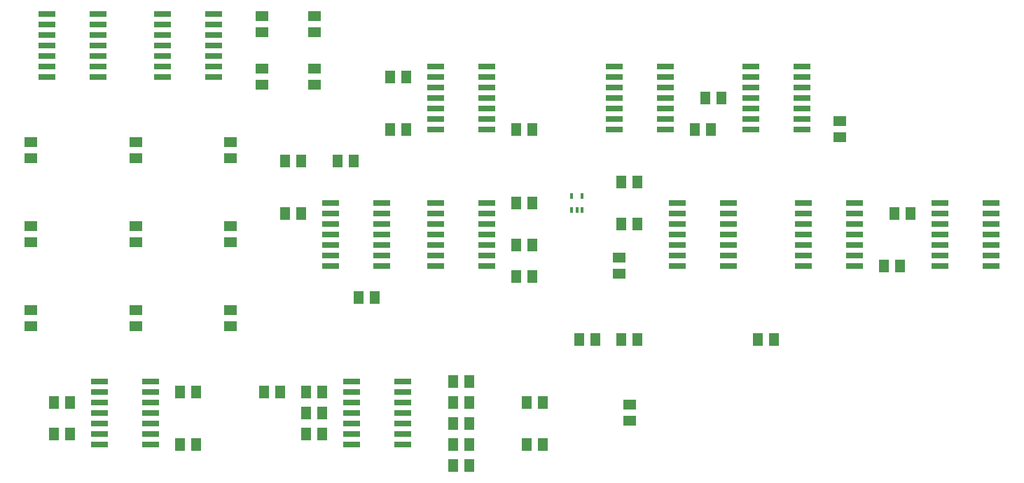
<source format=gbr>
G04 EAGLE Gerber RS-274X export*
G75*
%MOMM*%
%FSLAX34Y34*%
%LPD*%
%INSolderpaste Top*%
%IPPOS*%
%AMOC8*
5,1,8,0,0,1.08239X$1,22.5*%
G01*
%ADD10R,1.300000X1.500000*%
%ADD11R,2.032000X0.660400*%
%ADD12R,1.500000X1.300000*%
%ADD13R,0.400000X0.700000*%


D10*
X600100Y101600D03*
X619100Y101600D03*
X689000Y101600D03*
X708000Y101600D03*
X523900Y431800D03*
X542900Y431800D03*
D11*
X108966Y571500D03*
X170434Y571500D03*
X108966Y558800D03*
X108966Y546100D03*
X170434Y558800D03*
X170434Y546100D03*
X108966Y533400D03*
X170434Y533400D03*
X108966Y520700D03*
X108966Y508000D03*
X170434Y520700D03*
X170434Y508000D03*
X108966Y495300D03*
X170434Y495300D03*
X248666Y571500D03*
X310134Y571500D03*
X248666Y558800D03*
X248666Y546100D03*
X310134Y558800D03*
X310134Y546100D03*
X248666Y533400D03*
X310134Y533400D03*
X248666Y520700D03*
X248666Y508000D03*
X310134Y520700D03*
X310134Y508000D03*
X248666Y495300D03*
X310134Y495300D03*
X578866Y508000D03*
X640334Y508000D03*
X578866Y495300D03*
X578866Y482600D03*
X640334Y495300D03*
X640334Y482600D03*
X578866Y469900D03*
X640334Y469900D03*
X578866Y457200D03*
X578866Y444500D03*
X640334Y457200D03*
X640334Y444500D03*
X578866Y431800D03*
X640334Y431800D03*
X172466Y127000D03*
X233934Y127000D03*
X172466Y114300D03*
X172466Y101600D03*
X233934Y114300D03*
X233934Y101600D03*
X172466Y88900D03*
X233934Y88900D03*
X172466Y76200D03*
X172466Y63500D03*
X233934Y76200D03*
X233934Y63500D03*
X172466Y50800D03*
X233934Y50800D03*
X477266Y127000D03*
X538734Y127000D03*
X477266Y114300D03*
X477266Y101600D03*
X538734Y114300D03*
X538734Y101600D03*
X477266Y88900D03*
X538734Y88900D03*
X477266Y76200D03*
X477266Y63500D03*
X538734Y76200D03*
X538734Y63500D03*
X477266Y50800D03*
X538734Y50800D03*
D10*
X117500Y101600D03*
X136500Y101600D03*
D12*
X88900Y295300D03*
X88900Y314300D03*
X88900Y193700D03*
X88900Y212700D03*
X215900Y396900D03*
X215900Y415900D03*
X215900Y295300D03*
X215900Y314300D03*
X215900Y193700D03*
X215900Y212700D03*
X330200Y396900D03*
X330200Y415900D03*
D10*
X117500Y63500D03*
X136500Y63500D03*
X288900Y50800D03*
X269900Y50800D03*
X288900Y114300D03*
X269900Y114300D03*
X422300Y88900D03*
X441300Y88900D03*
X422300Y63500D03*
X441300Y63500D03*
D12*
X88900Y396900D03*
X88900Y415900D03*
D10*
X619100Y50800D03*
X600100Y50800D03*
D12*
X330200Y295300D03*
X330200Y314300D03*
X330200Y193700D03*
X330200Y212700D03*
D10*
X619100Y127000D03*
X600100Y127000D03*
D12*
X812800Y79400D03*
X812800Y98400D03*
D10*
X523900Y495300D03*
X542900Y495300D03*
X987400Y177800D03*
X968400Y177800D03*
X695300Y431800D03*
X676300Y431800D03*
D12*
X368300Y485800D03*
X368300Y504800D03*
X431800Y504800D03*
X431800Y485800D03*
D10*
X396900Y330200D03*
X415900Y330200D03*
D12*
X368300Y549300D03*
X368300Y568300D03*
X431800Y568300D03*
X431800Y549300D03*
D10*
X485800Y228600D03*
X504800Y228600D03*
X396900Y393700D03*
X415900Y393700D03*
X460400Y393700D03*
X479400Y393700D03*
X803300Y368300D03*
X822300Y368300D03*
X695300Y254000D03*
X676300Y254000D03*
X676300Y292100D03*
X695300Y292100D03*
X911200Y431800D03*
X892200Y431800D03*
X695300Y342900D03*
X676300Y342900D03*
X822300Y317500D03*
X803300Y317500D03*
X904900Y469900D03*
X923900Y469900D03*
X441300Y114300D03*
X422300Y114300D03*
X390500Y114300D03*
X371500Y114300D03*
X1139800Y266700D03*
X1120800Y266700D03*
X600100Y25400D03*
X619100Y25400D03*
D12*
X1066800Y441300D03*
X1066800Y422300D03*
D10*
X1133500Y330200D03*
X1152500Y330200D03*
X600100Y76200D03*
X619100Y76200D03*
X689000Y50800D03*
X708000Y50800D03*
D12*
X800100Y257200D03*
X800100Y276200D03*
D10*
X752500Y177800D03*
X771500Y177800D03*
X803300Y177800D03*
X822300Y177800D03*
D13*
X742800Y334400D03*
X749300Y334400D03*
X755800Y334400D03*
X755800Y351400D03*
X742800Y351400D03*
D11*
X451866Y342900D03*
X513334Y342900D03*
X451866Y330200D03*
X451866Y317500D03*
X513334Y330200D03*
X513334Y317500D03*
X451866Y304800D03*
X513334Y304800D03*
X451866Y292100D03*
X451866Y279400D03*
X513334Y292100D03*
X513334Y279400D03*
X451866Y266700D03*
X513334Y266700D03*
X794766Y508000D03*
X856234Y508000D03*
X794766Y495300D03*
X794766Y482600D03*
X856234Y495300D03*
X856234Y482600D03*
X794766Y469900D03*
X856234Y469900D03*
X794766Y457200D03*
X794766Y444500D03*
X856234Y457200D03*
X856234Y444500D03*
X794766Y431800D03*
X856234Y431800D03*
X1023366Y342900D03*
X1084834Y342900D03*
X1023366Y330200D03*
X1023366Y317500D03*
X1084834Y330200D03*
X1084834Y317500D03*
X1023366Y304800D03*
X1084834Y304800D03*
X1023366Y292100D03*
X1023366Y279400D03*
X1084834Y292100D03*
X1084834Y279400D03*
X1023366Y266700D03*
X1084834Y266700D03*
X1188466Y342900D03*
X1249934Y342900D03*
X1188466Y330200D03*
X1188466Y317500D03*
X1249934Y330200D03*
X1249934Y317500D03*
X1188466Y304800D03*
X1249934Y304800D03*
X1188466Y292100D03*
X1188466Y279400D03*
X1249934Y292100D03*
X1249934Y279400D03*
X1188466Y266700D03*
X1249934Y266700D03*
X578866Y342900D03*
X640334Y342900D03*
X578866Y330200D03*
X578866Y317500D03*
X640334Y330200D03*
X640334Y317500D03*
X578866Y304800D03*
X640334Y304800D03*
X578866Y292100D03*
X578866Y279400D03*
X640334Y292100D03*
X640334Y279400D03*
X578866Y266700D03*
X640334Y266700D03*
X959866Y508000D03*
X1021334Y508000D03*
X959866Y495300D03*
X959866Y482600D03*
X1021334Y495300D03*
X1021334Y482600D03*
X959866Y469900D03*
X1021334Y469900D03*
X959866Y457200D03*
X959866Y444500D03*
X1021334Y457200D03*
X1021334Y444500D03*
X959866Y431800D03*
X1021334Y431800D03*
X870966Y342900D03*
X932434Y342900D03*
X870966Y330200D03*
X870966Y317500D03*
X932434Y330200D03*
X932434Y317500D03*
X870966Y304800D03*
X932434Y304800D03*
X870966Y292100D03*
X870966Y279400D03*
X932434Y292100D03*
X932434Y279400D03*
X870966Y266700D03*
X932434Y266700D03*
M02*

</source>
